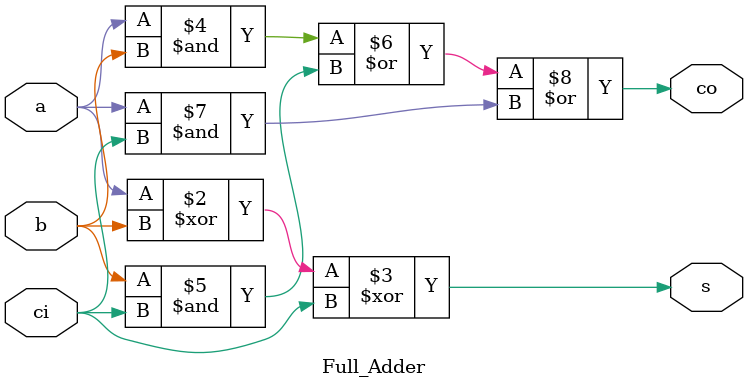
<source format=sv>
`timescale 1ns / 1ps


module Full_Adder(
input logic a,b,ci,
output logic s,co
    );
    
`ifdef DFLOW  
//dataflow  
assign s=a^b^ci;
assign co=a&b|ci&(a^b);

`elsif STRUC
//structural
logic s1,a1,a2;
xor X1(s1,a,b);
xor X2(s,s1,ci);
and A1(a1,a,b);
and A2(a2,ci,s1);
or O1(co,a1,a2);

`else
//behaviorual
always_comb begin
        s=a^b^ci;
        co=(a&b)|(b&ci)|(a&ci);
    end
    
`endif


endmodule

</source>
